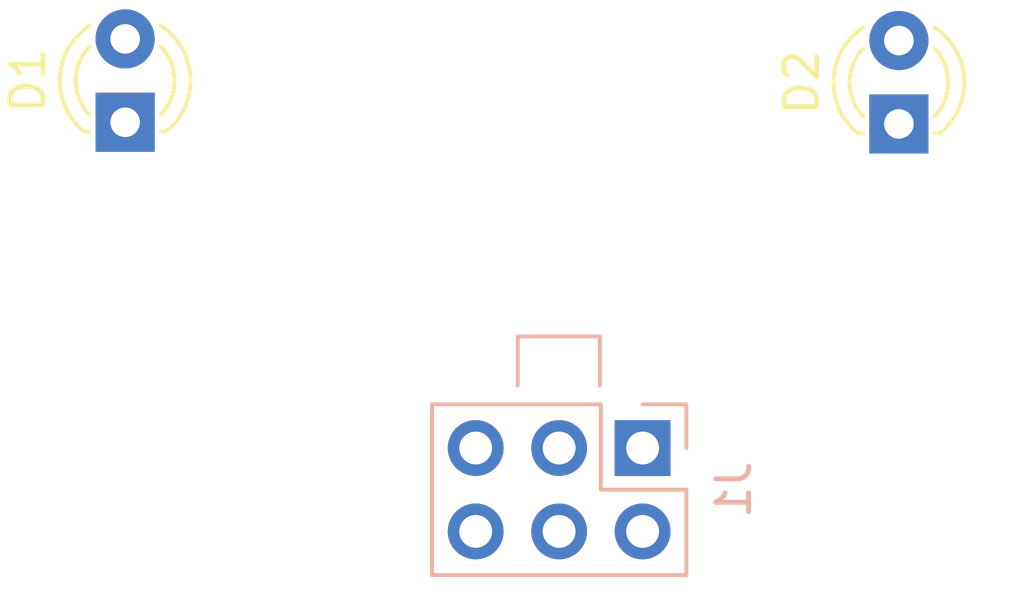
<source format=kicad_pcb>
(kicad_pcb (version 20241229) (generator "pcbnew") (generator_version "9.0")
  (layers (0 "F.Cu" signal) (2 "B.Cu" signal) (13 "F.Paste" user) (15 "B.Paste" user) (5 "F.SilkS" user "F.Silkscreen") (7 "B.SilkS" user "B.Silkscreen") (1 "F.Mask" user) (3 "B.Mask" user) (25 "Edge.Cuts" user))
  (net 0 "")
  (net 1 "GND")
  (net 2 "+3.3V")
  (footprint "LED_THT:LED_D3.0mm" (layer "F.Cu") (at 138.45 107.075 90)
    (property "Reference" "D2" (at 1.27 -2.96 90) (layer "F.SilkS"))
    (property "Value" "LED")
    (fp_line (start -0.29 -1.236) (end -0.29 -1.08) (stroke (width 0.12)) (layer "F.SilkS"))
    (fp_line (start -0.29 1.08) (end -0.29 1.236) (stroke (width 0.12)) (layer "F.SilkS"))
    (fp_arc (start -0.29 -1.235516) (mid 1.366487 -1.987659) (end 2.942335 -1.078608) (stroke (width 0.12)) (layer "F.SilkS"))
    (fp_arc (start 0.229039 -1.08) (mid 1.270117 -1.5) (end 2.31113 -1.079837) (stroke (width 0.12)) (layer "F.SilkS"))
    (fp_arc (start 2.942335 1.078608) (mid 1.366487 1.987659) (end -0.29 1.235516) (stroke (width 0.12)) (layer "F.SilkS"))
    (fp_arc (start 2.31113 1.079837) (mid 1.270117 1.5) (end 0.229039 1.08) (stroke (width 0.12)) (layer "F.SilkS"))
    (pad "1" thru_hole rect (at 0 0 90) (size 1.8 1.8) (drill 0.9) (layers "*.Cu" "*.Mask") (net 1 "GND"))
    (pad "2" thru_hole circle (at 2.54 0 90) (size 1.8 1.8) (drill 0.9) (layers "*.Cu" "*.Mask") (net 2 "+3.3V"))
  )
  (footprint "LED_THT:LED_D3.0mm" (layer "F.Cu") (at 114.9 107.025 90)
    (property "Reference" "D1" (at 1.27 -2.96 90) (layer "F.SilkS"))
    (property "Value" "LED")
    (fp_line (start -0.29 -1.236) (end -0.29 -1.08) (stroke (width 0.12)) (layer "F.SilkS"))
    (fp_line (start -0.29 1.08) (end -0.29 1.236) (stroke (width 0.12)) (layer "F.SilkS"))
    (fp_arc (start -0.29 -1.235516) (mid 1.366487 -1.987659) (end 2.942335 -1.078608) (stroke (width 0.12)) (layer "F.SilkS"))
    (fp_arc (start 0.229039 -1.08) (mid 1.270117 -1.5) (end 2.31113 -1.079837) (stroke (width 0.12)) (layer "F.SilkS"))
    (fp_arc (start 2.942335 1.078608) (mid 1.366487 1.987659) (end -0.29 1.235516) (stroke (width 0.12)) (layer "F.SilkS"))
    (fp_arc (start 2.31113 1.079837) (mid 1.270117 1.5) (end 0.229039 1.08) (stroke (width 0.12)) (layer "F.SilkS"))
    (pad "1" thru_hole rect (at 0 0 90) (size 1.8 1.8) (drill 0.9) (layers "*.Cu" "*.Mask") (net 1 "GND"))
    (pad "2" thru_hole circle (at 2.54 0 90) (size 1.8 1.8) (drill 0.9) (layers "*.Cu" "*.Mask") (net 2 "+3.3V"))
  )
  (footprint "DC31_Cnet_Badge_SAO:PinSocket_2x03_P2.54mm_Vertical_Tab" (layer "B.Cu") (at 130.65 116.9475 90)
    (property "Reference" "J1" (at -1.27 2.77 90) (layer "B.SilkS") (effects (justify mirror)))
    (property "Value" "Conn_02x03_Top_Bottom" (hide yes))
    (fp_line (start -3.87 -6.41) (end 1.33 -6.41) (stroke (width 0.12)) (layer "B.SilkS"))
    (fp_line (start 1.33 -1.27) (end 1.33 -6.41) (stroke (width 0.12)) (layer "B.SilkS"))
    (fp_line (start -1.27 -1.27) (end 1.33 -1.27) (stroke (width 0.12)) (layer "B.SilkS"))
    (fp_line (start 1.33 1.33) (end 1.33 0) (stroke (width 0.12)) (layer "B.SilkS"))
    (fp_line (start 0 1.33) (end 1.33 1.33) (stroke (width 0.12)) (layer "B.SilkS"))
    (fp_line (start -1.27 1.33) (end -1.27 -1.27) (stroke (width 0.12)) (layer "B.SilkS"))
    (fp_line (start -3.87 1.33) (end -3.87 -6.41) (stroke (width 0.12)) (layer "B.SilkS"))
    (fp_line (start -3.87 1.33) (end -1.27 1.33) (stroke (width 0.12)) (layer "B.SilkS"))
    (fp_rect (start 3.4 -3.8) (end 1.9 -3.8) (stroke (width 0.12)) (fill no) (layer "B.SilkS"))
    (fp_rect (start 3.4 -1.3) (end 3.4 -3.8) (stroke (width 0.12)) (fill no) (layer "B.SilkS"))
    (fp_rect (start 1.9 -1.3) (end 3.4 -1.3) (stroke (width 0.12)) (fill no) (layer "B.SilkS"))
    (pad "1" thru_hole rect (at 0 0 90) (size 1.7 1.7) (drill 1) (layers "*.Cu" "*.Mask"))
    (pad "2" thru_hole oval (at -2.54 0 90) (size 1.7 1.7) (drill 1) (layers "*.Cu" "*.Mask"))
    (pad "3" thru_hole oval (at 0 -2.54 90) (size 1.7 1.7) (drill 1) (layers "*.Cu" "*.Mask"))
    (pad "4" thru_hole oval (at -2.54 -2.54 90) (size 1.7 1.7) (drill 1) (layers "*.Cu" "*.Mask"))
    (pad "5" thru_hole oval (at 0 -5.08 90) (size 1.7 1.7) (drill 1) (layers "*.Cu" "*.Mask") (net 2 "+3.3V"))
    (pad "6" thru_hole oval (at -2.54 -5.08 90) (size 1.7 1.7) (drill 1) (layers "*.Cu" "*.Mask") (net 1 "GND"))
  )
)
</source>
